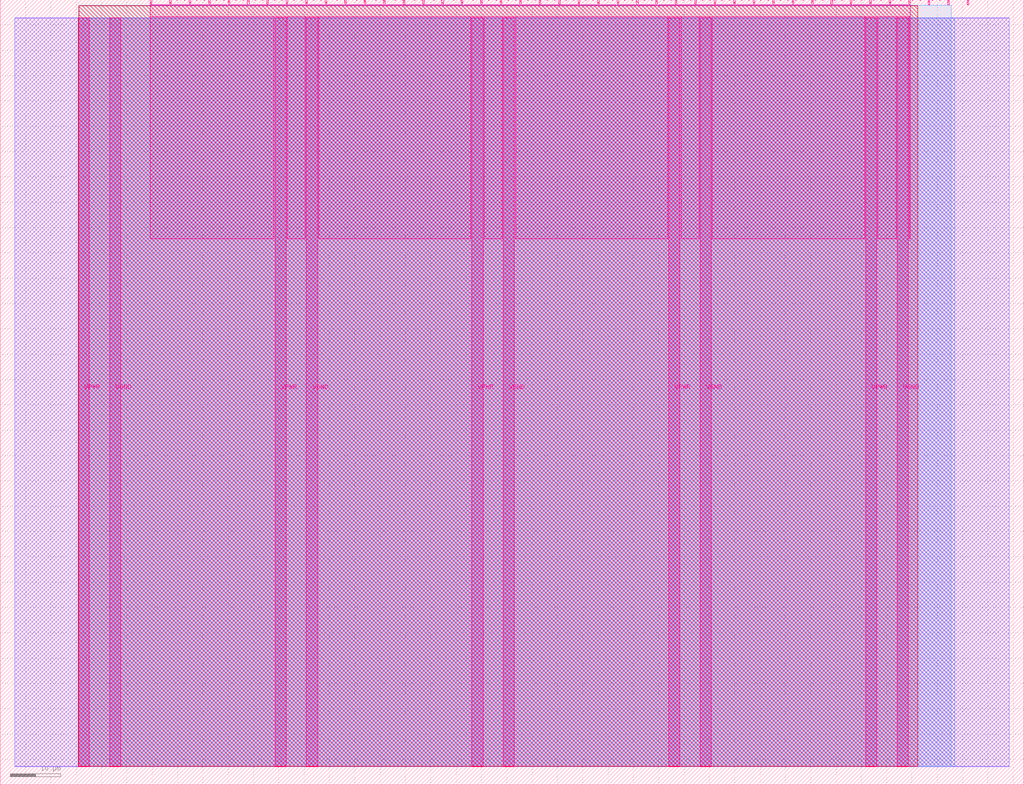
<source format=lef>
VERSION 5.7 ;
  NOWIREEXTENSIONATPIN ON ;
  DIVIDERCHAR "/" ;
  BUSBITCHARS "[]" ;
MACRO tt_um_wokwi_group_11
  CLASS BLOCK ;
  FOREIGN tt_um_wokwi_group_11 ;
  ORIGIN 0.000 0.000 ;
  SIZE 202.080 BY 154.980 ;
  PIN VGND
    DIRECTION INOUT ;
    USE GROUND ;
    PORT
      LAYER Metal5 ;
        RECT 21.580 3.560 23.780 151.420 ;
    END
    PORT
      LAYER Metal5 ;
        RECT 60.450 3.560 62.650 151.420 ;
    END
    PORT
      LAYER Metal5 ;
        RECT 99.320 3.560 101.520 151.420 ;
    END
    PORT
      LAYER Metal5 ;
        RECT 138.190 3.560 140.390 151.420 ;
    END
    PORT
      LAYER Metal5 ;
        RECT 177.060 3.560 179.260 151.420 ;
    END
  END VGND
  PIN VPWR
    DIRECTION INOUT ;
    USE POWER ;
    PORT
      LAYER Metal5 ;
        RECT 15.380 3.560 17.580 151.420 ;
    END
    PORT
      LAYER Metal5 ;
        RECT 54.250 3.560 56.450 151.420 ;
    END
    PORT
      LAYER Metal5 ;
        RECT 93.120 3.560 95.320 151.420 ;
    END
    PORT
      LAYER Metal5 ;
        RECT 131.990 3.560 134.190 151.420 ;
    END
    PORT
      LAYER Metal5 ;
        RECT 170.860 3.560 173.060 151.420 ;
    END
  END VPWR
  PIN clk
    DIRECTION INPUT ;
    USE SIGNAL ;
    PORT
      LAYER Metal5 ;
        RECT 187.050 153.980 187.350 154.980 ;
    END
  END clk
  PIN ena
    DIRECTION INPUT ;
    USE SIGNAL ;
    PORT
      LAYER Metal5 ;
        RECT 190.890 153.980 191.190 154.980 ;
    END
  END ena
  PIN rst_n
    DIRECTION INPUT ;
    USE SIGNAL ;
    PORT
      LAYER Metal5 ;
        RECT 183.210 153.980 183.510 154.980 ;
    END
  END rst_n
  PIN ui_in[0]
    DIRECTION INPUT ;
    USE SIGNAL ;
    ANTENNAGATEAREA 0.180700 ;
    PORT
      LAYER Metal5 ;
        RECT 179.370 153.980 179.670 154.980 ;
    END
  END ui_in[0]
  PIN ui_in[1]
    DIRECTION INPUT ;
    USE SIGNAL ;
    ANTENNAGATEAREA 0.180700 ;
    PORT
      LAYER Metal5 ;
        RECT 175.530 153.980 175.830 154.980 ;
    END
  END ui_in[1]
  PIN ui_in[2]
    DIRECTION INPUT ;
    USE SIGNAL ;
    ANTENNAGATEAREA 0.213200 ;
    PORT
      LAYER Metal5 ;
        RECT 171.690 153.980 171.990 154.980 ;
    END
  END ui_in[2]
  PIN ui_in[3]
    DIRECTION INPUT ;
    USE SIGNAL ;
    ANTENNAGATEAREA 0.213200 ;
    PORT
      LAYER Metal5 ;
        RECT 167.850 153.980 168.150 154.980 ;
    END
  END ui_in[3]
  PIN ui_in[4]
    DIRECTION INPUT ;
    USE SIGNAL ;
    ANTENNAGATEAREA 0.213200 ;
    PORT
      LAYER Metal5 ;
        RECT 164.010 153.980 164.310 154.980 ;
    END
  END ui_in[4]
  PIN ui_in[5]
    DIRECTION INPUT ;
    USE SIGNAL ;
    ANTENNAGATEAREA 0.527800 ;
    PORT
      LAYER Metal5 ;
        RECT 160.170 153.980 160.470 154.980 ;
    END
  END ui_in[5]
  PIN ui_in[6]
    DIRECTION INPUT ;
    USE SIGNAL ;
    ANTENNAGATEAREA 0.180700 ;
    PORT
      LAYER Metal5 ;
        RECT 156.330 153.980 156.630 154.980 ;
    END
  END ui_in[6]
  PIN ui_in[7]
    DIRECTION INPUT ;
    USE SIGNAL ;
    ANTENNAGATEAREA 0.213200 ;
    PORT
      LAYER Metal5 ;
        RECT 152.490 153.980 152.790 154.980 ;
    END
  END ui_in[7]
  PIN uio_in[0]
    DIRECTION INPUT ;
    USE SIGNAL ;
    ANTENNAGATEAREA 0.180700 ;
    PORT
      LAYER Metal5 ;
        RECT 148.650 153.980 148.950 154.980 ;
    END
  END uio_in[0]
  PIN uio_in[1]
    DIRECTION INPUT ;
    USE SIGNAL ;
    ANTENNAGATEAREA 0.180700 ;
    PORT
      LAYER Metal5 ;
        RECT 144.810 153.980 145.110 154.980 ;
    END
  END uio_in[1]
  PIN uio_in[2]
    DIRECTION INPUT ;
    USE SIGNAL ;
    ANTENNAGATEAREA 0.213200 ;
    PORT
      LAYER Metal5 ;
        RECT 140.970 153.980 141.270 154.980 ;
    END
  END uio_in[2]
  PIN uio_in[3]
    DIRECTION INPUT ;
    USE SIGNAL ;
    ANTENNAGATEAREA 0.213200 ;
    PORT
      LAYER Metal5 ;
        RECT 137.130 153.980 137.430 154.980 ;
    END
  END uio_in[3]
  PIN uio_in[4]
    DIRECTION INPUT ;
    USE SIGNAL ;
    PORT
      LAYER Metal5 ;
        RECT 133.290 153.980 133.590 154.980 ;
    END
  END uio_in[4]
  PIN uio_in[5]
    DIRECTION INPUT ;
    USE SIGNAL ;
    PORT
      LAYER Metal5 ;
        RECT 129.450 153.980 129.750 154.980 ;
    END
  END uio_in[5]
  PIN uio_in[6]
    DIRECTION INPUT ;
    USE SIGNAL ;
    PORT
      LAYER Metal5 ;
        RECT 125.610 153.980 125.910 154.980 ;
    END
  END uio_in[6]
  PIN uio_in[7]
    DIRECTION INPUT ;
    USE SIGNAL ;
    PORT
      LAYER Metal5 ;
        RECT 121.770 153.980 122.070 154.980 ;
    END
  END uio_in[7]
  PIN uio_oe[0]
    DIRECTION OUTPUT ;
    USE SIGNAL ;
    ANTENNADIFFAREA 0.299200 ;
    PORT
      LAYER Metal5 ;
        RECT 56.490 153.980 56.790 154.980 ;
    END
  END uio_oe[0]
  PIN uio_oe[1]
    DIRECTION OUTPUT ;
    USE SIGNAL ;
    ANTENNADIFFAREA 0.299200 ;
    PORT
      LAYER Metal5 ;
        RECT 52.650 153.980 52.950 154.980 ;
    END
  END uio_oe[1]
  PIN uio_oe[2]
    DIRECTION OUTPUT ;
    USE SIGNAL ;
    ANTENNADIFFAREA 0.299200 ;
    PORT
      LAYER Metal5 ;
        RECT 48.810 153.980 49.110 154.980 ;
    END
  END uio_oe[2]
  PIN uio_oe[3]
    DIRECTION OUTPUT ;
    USE SIGNAL ;
    ANTENNADIFFAREA 0.299200 ;
    PORT
      LAYER Metal5 ;
        RECT 44.970 153.980 45.270 154.980 ;
    END
  END uio_oe[3]
  PIN uio_oe[4]
    DIRECTION OUTPUT ;
    USE SIGNAL ;
    ANTENNADIFFAREA 0.299200 ;
    PORT
      LAYER Metal5 ;
        RECT 41.130 153.980 41.430 154.980 ;
    END
  END uio_oe[4]
  PIN uio_oe[5]
    DIRECTION OUTPUT ;
    USE SIGNAL ;
    ANTENNADIFFAREA 0.299200 ;
    PORT
      LAYER Metal5 ;
        RECT 37.290 153.980 37.590 154.980 ;
    END
  END uio_oe[5]
  PIN uio_oe[6]
    DIRECTION OUTPUT ;
    USE SIGNAL ;
    ANTENNADIFFAREA 0.299200 ;
    PORT
      LAYER Metal5 ;
        RECT 33.450 153.980 33.750 154.980 ;
    END
  END uio_oe[6]
  PIN uio_oe[7]
    DIRECTION OUTPUT ;
    USE SIGNAL ;
    ANTENNADIFFAREA 0.299200 ;
    PORT
      LAYER Metal5 ;
        RECT 29.610 153.980 29.910 154.980 ;
    END
  END uio_oe[7]
  PIN uio_out[0]
    DIRECTION OUTPUT ;
    USE SIGNAL ;
    ANTENNADIFFAREA 0.299200 ;
    PORT
      LAYER Metal5 ;
        RECT 87.210 153.980 87.510 154.980 ;
    END
  END uio_out[0]
  PIN uio_out[1]
    DIRECTION OUTPUT ;
    USE SIGNAL ;
    ANTENNADIFFAREA 0.299200 ;
    PORT
      LAYER Metal5 ;
        RECT 83.370 153.980 83.670 154.980 ;
    END
  END uio_out[1]
  PIN uio_out[2]
    DIRECTION OUTPUT ;
    USE SIGNAL ;
    ANTENNADIFFAREA 0.299200 ;
    PORT
      LAYER Metal5 ;
        RECT 79.530 153.980 79.830 154.980 ;
    END
  END uio_out[2]
  PIN uio_out[3]
    DIRECTION OUTPUT ;
    USE SIGNAL ;
    ANTENNADIFFAREA 0.299200 ;
    PORT
      LAYER Metal5 ;
        RECT 75.690 153.980 75.990 154.980 ;
    END
  END uio_out[3]
  PIN uio_out[4]
    DIRECTION OUTPUT ;
    USE SIGNAL ;
    ANTENNADIFFAREA 0.299200 ;
    PORT
      LAYER Metal5 ;
        RECT 71.850 153.980 72.150 154.980 ;
    END
  END uio_out[4]
  PIN uio_out[5]
    DIRECTION OUTPUT ;
    USE SIGNAL ;
    ANTENNADIFFAREA 0.299200 ;
    PORT
      LAYER Metal5 ;
        RECT 68.010 153.980 68.310 154.980 ;
    END
  END uio_out[5]
  PIN uio_out[6]
    DIRECTION OUTPUT ;
    USE SIGNAL ;
    ANTENNADIFFAREA 0.299200 ;
    PORT
      LAYER Metal5 ;
        RECT 64.170 153.980 64.470 154.980 ;
    END
  END uio_out[6]
  PIN uio_out[7]
    DIRECTION OUTPUT ;
    USE SIGNAL ;
    ANTENNADIFFAREA 0.299200 ;
    PORT
      LAYER Metal5 ;
        RECT 60.330 153.980 60.630 154.980 ;
    END
  END uio_out[7]
  PIN uo_out[0]
    DIRECTION OUTPUT ;
    USE SIGNAL ;
    ANTENNADIFFAREA 0.662000 ;
    PORT
      LAYER Metal5 ;
        RECT 117.930 153.980 118.230 154.980 ;
    END
  END uo_out[0]
  PIN uo_out[1]
    DIRECTION OUTPUT ;
    USE SIGNAL ;
    ANTENNADIFFAREA 0.649200 ;
    PORT
      LAYER Metal5 ;
        RECT 114.090 153.980 114.390 154.980 ;
    END
  END uo_out[1]
  PIN uo_out[2]
    DIRECTION OUTPUT ;
    USE SIGNAL ;
    ANTENNADIFFAREA 0.649200 ;
    PORT
      LAYER Metal5 ;
        RECT 110.250 153.980 110.550 154.980 ;
    END
  END uo_out[2]
  PIN uo_out[3]
    DIRECTION OUTPUT ;
    USE SIGNAL ;
    ANTENNADIFFAREA 1.102800 ;
    PORT
      LAYER Metal5 ;
        RECT 106.410 153.980 106.710 154.980 ;
    END
  END uo_out[3]
  PIN uo_out[4]
    DIRECTION OUTPUT ;
    USE SIGNAL ;
    ANTENNADIFFAREA 1.102800 ;
    PORT
      LAYER Metal5 ;
        RECT 102.570 153.980 102.870 154.980 ;
    END
  END uo_out[4]
  PIN uo_out[5]
    DIRECTION OUTPUT ;
    USE SIGNAL ;
    ANTENNADIFFAREA 1.135700 ;
    PORT
      LAYER Metal5 ;
        RECT 98.730 153.980 99.030 154.980 ;
    END
  END uo_out[5]
  PIN uo_out[6]
    DIRECTION OUTPUT ;
    USE SIGNAL ;
    ANTENNADIFFAREA 1.102800 ;
    PORT
      LAYER Metal5 ;
        RECT 94.890 153.980 95.190 154.980 ;
    END
  END uo_out[6]
  PIN uo_out[7]
    DIRECTION OUTPUT ;
    USE SIGNAL ;
    ANTENNADIFFAREA 0.988000 ;
    PORT
      LAYER Metal5 ;
        RECT 91.050 153.980 91.350 154.980 ;
    END
  END uo_out[7]
  OBS
      LAYER GatPoly ;
        RECT 2.880 3.630 199.200 151.350 ;
      LAYER Metal1 ;
        RECT 2.880 3.560 199.200 151.420 ;
      LAYER Metal2 ;
        RECT 15.515 3.680 188.435 151.300 ;
      LAYER Metal3 ;
        RECT 15.560 3.635 187.780 153.865 ;
      LAYER Metal4 ;
        RECT 15.515 3.680 181.105 153.820 ;
      LAYER Metal5 ;
        RECT 30.120 153.770 33.240 153.980 ;
        RECT 33.960 153.770 37.080 153.980 ;
        RECT 37.800 153.770 40.920 153.980 ;
        RECT 41.640 153.770 44.760 153.980 ;
        RECT 45.480 153.770 48.600 153.980 ;
        RECT 49.320 153.770 52.440 153.980 ;
        RECT 53.160 153.770 56.280 153.980 ;
        RECT 57.000 153.770 60.120 153.980 ;
        RECT 60.840 153.770 63.960 153.980 ;
        RECT 64.680 153.770 67.800 153.980 ;
        RECT 68.520 153.770 71.640 153.980 ;
        RECT 72.360 153.770 75.480 153.980 ;
        RECT 76.200 153.770 79.320 153.980 ;
        RECT 80.040 153.770 83.160 153.980 ;
        RECT 83.880 153.770 87.000 153.980 ;
        RECT 87.720 153.770 90.840 153.980 ;
        RECT 91.560 153.770 94.680 153.980 ;
        RECT 95.400 153.770 98.520 153.980 ;
        RECT 99.240 153.770 102.360 153.980 ;
        RECT 103.080 153.770 106.200 153.980 ;
        RECT 106.920 153.770 110.040 153.980 ;
        RECT 110.760 153.770 113.880 153.980 ;
        RECT 114.600 153.770 117.720 153.980 ;
        RECT 118.440 153.770 121.560 153.980 ;
        RECT 122.280 153.770 125.400 153.980 ;
        RECT 126.120 153.770 129.240 153.980 ;
        RECT 129.960 153.770 133.080 153.980 ;
        RECT 133.800 153.770 136.920 153.980 ;
        RECT 137.640 153.770 140.760 153.980 ;
        RECT 141.480 153.770 144.600 153.980 ;
        RECT 145.320 153.770 148.440 153.980 ;
        RECT 149.160 153.770 152.280 153.980 ;
        RECT 153.000 153.770 156.120 153.980 ;
        RECT 156.840 153.770 159.960 153.980 ;
        RECT 160.680 153.770 163.800 153.980 ;
        RECT 164.520 153.770 167.640 153.980 ;
        RECT 168.360 153.770 171.480 153.980 ;
        RECT 172.200 153.770 175.320 153.980 ;
        RECT 176.040 153.770 179.160 153.980 ;
        RECT 29.660 151.630 179.620 153.770 ;
        RECT 29.660 107.795 54.040 151.630 ;
        RECT 56.660 107.795 60.240 151.630 ;
        RECT 62.860 107.795 92.910 151.630 ;
        RECT 95.530 107.795 99.110 151.630 ;
        RECT 101.730 107.795 131.780 151.630 ;
        RECT 134.400 107.795 137.980 151.630 ;
        RECT 140.600 107.795 170.650 151.630 ;
        RECT 173.270 107.795 176.850 151.630 ;
        RECT 179.470 107.795 179.620 151.630 ;
  END
END tt_um_wokwi_group_11
END LIBRARY


</source>
